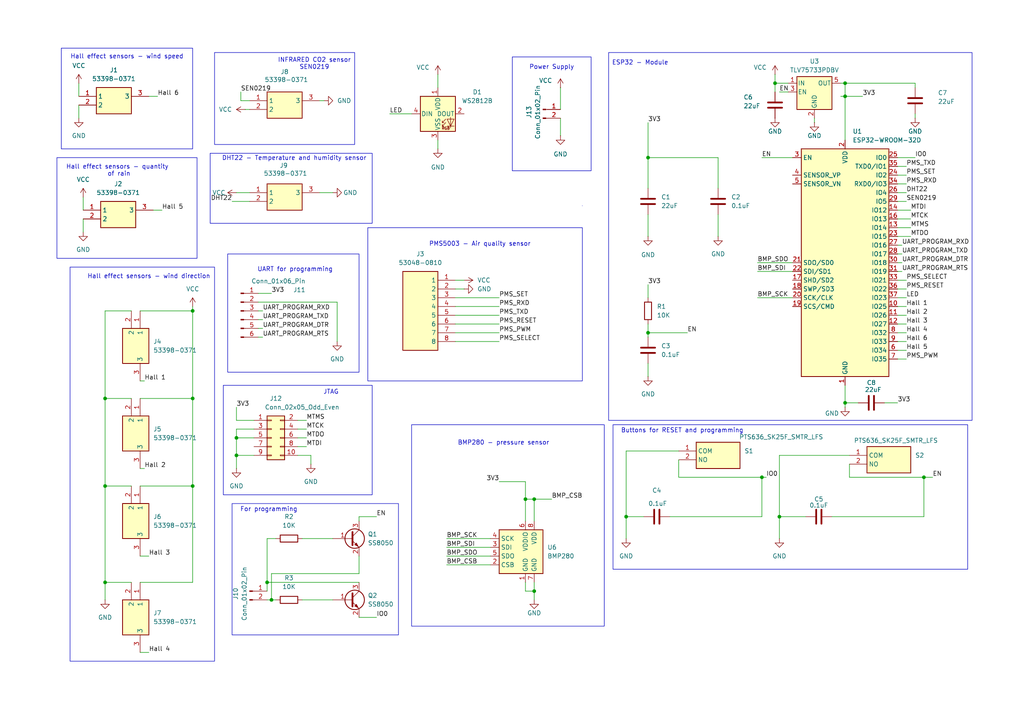
<source format=kicad_sch>
(kicad_sch (version 20231120) (generator "eeschema") (generator_version "8.0")
  (paper "A4")
  (title_block (title "Weather Monitor") (rev "v1.0") (company "KN ONYKS") (comment 1 "Designer: Valentyn Anatoliev"))
  (lib_symbols
    (symbol "1BMoje:53048-0810"
      (property "Reference" "J" (at 16.51 7.62 0))
      (property "Value" "53048-0810" (at 16.51 5.08 0))
      (symbol "53048-0810_1_1"
        (rectangle (start 5.08 2.54) (end 15.24 -20.32) (stroke (width 0.254)) (fill (type background)))
        (pin passive line (at 0 -17.78 0) (length 5.08) (name "1") (number "1"))
        (pin passive line (at 0 -15.24 0) (length 5.08) (name "2") (number "2"))
        (pin passive line (at 0 -12.7 0) (length 5.08) (name "3") (number "3"))
        (pin passive line (at 0 -10.16 0) (length 5.08) (name "4") (number "4"))
        (pin passive line (at 0 -7.62 0) (length 5.08) (name "5") (number "5"))
        (pin passive line (at 0 -5.08 0) (length 5.08) (name "6") (number "6"))
        (pin passive line (at 0 -2.54 0) (length 5.08) (name "7") (number "7"))
        (pin passive line (at 0 0 0) (length 5.08) (name "8") (number "8"))
      )
    )
    (symbol "1BMoje:53398-0371"
      (property "Reference" "J" (at 16.51 7.62 0))
      (property "Value" "53398-0371" (at 16.51 5.08 0))
      (symbol "53398-0371_1_1"
        (rectangle (start 5.08 2.54) (end 15.24 -5.08) (stroke (width 0.254)) (fill (type background)))
        (pin passive line (at 0 0 0) (length 5.08) (name "1") (number "1"))
        (pin passive line (at 0 -2.54 0) (length 5.08) (name "2") (number "2"))
        (pin passive line (at 20.32 0 180) (length 5.08) (name "3") (number "3"))
      )
    )
    (symbol "1BMoje:PTS636_SK25F_SMTR_LFS"
      (property "Reference" "S" (at 19.05 7.62 0))
      (property "Value" "PTS636_SK25F_SMTR_LFS" (at 19.05 5.08 0))
      (symbol "PTS636_SK25F_SMTR_LFS_1_1"
        (rectangle (start 5.08 2.54) (end 17.78 -5.08) (stroke (width 0.254)) (fill (type background)))
        (pin passive line (at 0 0 0) (length 5.08) (name "COM") (number "1"))
        (pin passive line (at 0 -2.54 0) (length 5.08) (name "NO") (number "2"))
      )
    )
    (symbol "Connector:Conn_01x02_Pin" (pin_names (offset 1.016) hide)
      (property "Reference" "J" (at 0 2.54 0))
      (property "Value" "Conn_01x02_Pin" (at 0 -5.08 0))
      (symbol "Conn_01x02_Pin_1_1"
        (polyline (pts (xy 1.27 -2.54) (xy 0.8636 -2.54)) (stroke (width 0.1524)))
        (polyline (pts (xy 1.27 0) (xy 0.8636 0)) (stroke (width 0.1524)))
        (rectangle (start 0.8636 -2.413) (end 0 -2.667) (stroke (width 0.1524)) (fill (type outline)))
        (rectangle (start 0.8636 0.127) (end 0 -0.127) (stroke (width 0.1524)) (fill (type outline)))
        (pin passive line (at 5.08 0 180) (length 3.81) (name "Pin_1") (number "1"))
        (pin passive line (at 5.08 -2.54 180) (length 3.81) (name "Pin_2") (number "2"))
      )
    )
    (symbol "Connector:Conn_01x06_Pin" (pin_names (offset 1.016) hide)
      (property "Reference" "J" (at 0 7.62 0))
      (property "Value" "Conn_01x06_Pin" (at 0 -10.16 0))
      (symbol "Conn_01x06_Pin_1_1"
        (polyline (pts (xy 1.27 -7.62) (xy 0.8636 -7.62)) (stroke (width 0.1524)))
        (polyline (pts (xy 1.27 -5.08) (xy 0.8636 -5.08)) (stroke (width 0.1524)))
        (polyline (pts (xy 1.27 -2.54) (xy 0.8636 -2.54)) (stroke (width 0.1524)))
        (polyline (pts (xy 1.27 0) (xy 0.8636 0)) (stroke (width 0.1524)))
        (polyline (pts (xy 1.27 2.54) (xy 0.8636 2.54)) (stroke (width 0.1524)))
        (polyline (pts (xy 1.27 5.08) (xy 0.8636 5.08)) (stroke (width 0.1524)))
        (rectangle (start 0.8636 -7.493) (end 0 -7.747) (stroke (width 0.1524)) (fill (type outline)))
        (rectangle (start 0.8636 -4.953) (end 0 -5.207) (stroke (width 0.1524)) (fill (type outline)))
        (rectangle (start 0.8636 -2.413) (end 0 -2.667) (stroke (width 0.1524)) (fill (type outline)))
        (rectangle (start 0.8636 0.127) (end 0 -0.127) (stroke (width 0.1524)) (fill (type outline)))
        (rectangle (start 0.8636 2.667) (end 0 2.413) (stroke (width 0.1524)) (fill (type outline)))
        (rectangle (start 0.8636 5.207) (end 0 4.953) (stroke (width 0.1524)) (fill (type outline)))
        (pin passive line (at 5.08 5.08 180) (length 3.81) (name "Pin_1") (number "1"))
        (pin passive line (at 5.08 2.54 180) (length 3.81) (name "Pin_2") (number "2"))
        (pin passive line (at 5.08 0 180) (length 3.81) (name "Pin_3") (number "3"))
        (pin passive line (at 5.08 -2.54 180) (length 3.81) (name "Pin_4") (number "4"))
        (pin passive line (at 5.08 -5.08 180) (length 3.81) (name "Pin_5") (number "5"))
        (pin passive line (at 5.08 -7.62 180) (length 3.81) (name "Pin_6") (number "6"))
      )
    )
    (symbol "Connector_Generic:Conn_02x05_Odd_Even" (pin_names (offset 1.016) hide)
      (property "Reference" "J" (at 1.27 7.62 0))
      (property "Value" "Conn_02x05_Odd_Even" (at 1.27 -7.62 0))
      (symbol "Conn_02x05_Odd_Even_1_1"
        (rectangle (start -1.27 -4.953) (end 0 -5.207) (stroke (width 0.1524)))
        (rectangle (start -1.27 -2.413) (end 0 -2.667) (stroke (width 0.1524)))
        (rectangle (start -1.27 0.127) (end 0 -0.127) (stroke (width 0.1524)))
        (rectangle (start -1.27 2.667) (end 0 2.413) (stroke (width 0.1524)))
        (rectangle (start -1.27 5.207) (end 0 4.953) (stroke (width 0.1524)))
        (rectangle (start -1.27 6.35) (end 3.81 -6.35) (stroke (width 0.254)) (fill (type background)))
        (rectangle (start 3.81 -4.953) (end 2.54 -5.207) (stroke (width 0.1524)))
        (rectangle (start 3.81 -2.413) (end 2.54 -2.667) (stroke (width 0.1524)))
        (rectangle (start 3.81 0.127) (end 2.54 -0.127) (stroke (width 0.1524)))
        (rectangle (start 3.81 2.667) (end 2.54 2.413) (stroke (width 0.1524)))
        (rectangle (start 3.81 5.207) (end 2.54 4.953) (stroke (width 0.1524)))
        (pin passive line (at -5.08 5.08 0) (length 3.81) (name "Pin_1") (number "1"))
        (pin passive line (at 7.62 -5.08 180) (length 3.81) (name "Pin_10") (number "10"))
        (pin passive line (at 7.62 5.08 180) (length 3.81) (name "Pin_2") (number "2"))
        (pin passive line (at -5.08 2.54 0) (length 3.81) (name "Pin_3") (number "3"))
        (pin passive line (at 7.62 2.54 180) (length 3.81) (name "Pin_4") (number "4"))
        (pin passive line (at -5.08 0 0) (length 3.81) (name "Pin_5") (number "5"))
        (pin passive line (at 7.62 0 180) (length 3.81) (name "Pin_6") (number "6"))
        (pin passive line (at -5.08 -2.54 0) (length 3.81) (name "Pin_7") (number "7"))
        (pin passive line (at 7.62 -2.54 180) (length 3.81) (name "Pin_8") (number "8"))
        (pin passive line (at -5.08 -5.08 0) (length 3.81) (name "Pin_9") (number "9"))
      )
    )
    (symbol "Device:C" (pin_numbers hide) (pin_names (offset 0.254))
      (property "Reference" "C" (at 0.635 2.54 0))
      (property "Value" "C" (at 0.635 -2.54 0))
      (symbol "C_0_1"
        (polyline (pts (xy -2.032 -0.762) (xy 2.032 -0.762)) (stroke (width 0.508)))
        (polyline (pts (xy -2.032 0.762) (xy 2.032 0.762)) (stroke (width 0.508)))
      )
      (symbol "C_1_1"
        (pin passive line (at 0 3.81 270) (length 2.794) (name "~") (number "1"))
        (pin passive line (at 0 -3.81 90) (length 2.794) (name "~") (number "2"))
      )
    )
    (symbol "Device:R" (pin_numbers hide) (pin_names (offset 0))
      (property "Reference" "R" (at 2.032 0 90))
      (property "Value" "R" (at 0 0 90))
      (symbol "R_0_1"
        (rectangle (start -1.016 -2.54) (end 1.016 2.54) (stroke (width 0.254)))
      )
      (symbol "R_1_1"
        (pin passive line (at 0 3.81 270) (length 1.27) (name "~") (number "1"))
        (pin passive line (at 0 -3.81 90) (length 1.27) (name "~") (number "2"))
      )
    )
    (symbol "LED:WS2812B" (pin_names (offset 0.254))
      (property "Reference" "D" (at 5.08 5.715 0))
      (property "Value" "WS2812B" (at 1.27 -5.715 0))
      (symbol "WS2812B_0_0"
        (text "RGB" (at 2.286 -4.191 0) (effects (font (size 0.762 0.762))))
      )
      (symbol "WS2812B_0_1"
        (polyline (pts (xy 1.27 -3.556) (xy 1.778 -3.556)))
        (polyline (pts (xy 1.27 -2.54) (xy 1.778 -2.54)))
        (polyline (pts (xy 4.699 -3.556) (xy 2.667 -3.556)))
        (polyline (pts (xy 2.286 -2.54) (xy 1.27 -3.556) (xy 1.27 -3.048)))
        (polyline (pts (xy 2.286 -1.524) (xy 1.27 -2.54) (xy 1.27 -2.032)))
        (polyline (pts (xy 3.683 -1.016) (xy 3.683 -3.556) (xy 3.683 -4.064)))
        (polyline (pts (xy 4.699 -1.524) (xy 2.667 -1.524) (xy 3.683 -3.556) (xy 4.699 -1.524)))
        (rectangle (start 5.08 5.08) (end -5.08 -5.08) (stroke (width 0.254)) (fill (type background)))
      )
      (symbol "WS2812B_1_1"
        (pin power_in line (at 0 7.62 270) (length 2.54) (name "VDD") (number "1"))
        (pin output line (at 7.62 0 180) (length 2.54) (name "DOUT") (number "2"))
        (pin power_in line (at 0 -7.62 90) (length 2.54) (name "VSS") (number "3"))
        (pin input line (at -7.62 0 0) (length 2.54) (name "DIN") (number "4"))
      )
    )
    (symbol "RF_Module:ESP32-WROOM-32D"
      (property "Reference" "U" (at -12.7 34.29 0))
      (property "Value" "ESP32-WROOM-32D" (at 1.27 34.29 0))
      (symbol "ESP32-WROOM-32D_0_1"
        (rectangle (start -12.7 33.02) (end 12.7 -33.02) (stroke (width 0.254)) (fill (type background)))
      )
      (symbol "ESP32-WROOM-32D_1_1"
        (pin power_in line (at 0 -35.56 90) (length 2.54) (name "GND") (number "1"))
        (pin bidirectional line (at 15.24 -12.7 180) (length 2.54) (name "IO25") (number "10"))
        (pin bidirectional line (at 15.24 -15.24 180) (length 2.54) (name "IO26") (number "11"))
        (pin bidirectional line (at 15.24 -17.78 180) (length 2.54) (name "IO27") (number "12"))
        (pin bidirectional line (at 15.24 10.16 180) (length 2.54) (name "IO14") (number "13"))
        (pin bidirectional line (at 15.24 15.24 180) (length 2.54) (name "IO12") (number "14"))
        (pin passive line (at 0 -35.56 90) (length 2.54) hide (name "GND") (number "15"))
        (pin bidirectional line (at 15.24 12.7 180) (length 2.54) (name "IO13") (number "16"))
        (pin bidirectional line (at -15.24 -5.08 0) (length 2.54) (name "SHD/SD2") (number "17"))
        (pin bidirectional line (at -15.24 -7.62 0) (length 2.54) (name "SWP/SD3") (number "18"))
        (pin bidirectional line (at -15.24 -12.7 0) (length 2.54) (name "SCS/CMD") (number "19"))
        (pin power_in line (at 0 35.56 270) (length 2.54) (name "VDD") (number "2"))
        (pin bidirectional line (at -15.24 -10.16 0) (length 2.54) (name "SCK/CLK") (number "20"))
        (pin bidirectional line (at -15.24 0 0) (length 2.54) (name "SDO/SD0") (number "21"))
        (pin bidirectional line (at -15.24 -2.54 0) (length 2.54) (name "SDI/SD1") (number "22"))
        (pin bidirectional line (at 15.24 7.62 180) (length 2.54) (name "IO15") (number "23"))
        (pin bidirectional line (at 15.24 25.4 180) (length 2.54) (name "IO2") (number "24"))
        (pin bidirectional line (at 15.24 30.48 180) (length 2.54) (name "IO0") (number "25"))
        (pin bidirectional line (at 15.24 20.32 180) (length 2.54) (name "IO4") (number "26"))
        (pin bidirectional line (at 15.24 5.08 180) (length 2.54) (name "IO16") (number "27"))
        (pin bidirectional line (at 15.24 2.54 180) (length 2.54) (name "IO17") (number "28"))
        (pin bidirectional line (at 15.24 17.78 180) (length 2.54) (name "IO5") (number "29"))
        (pin input line (at -15.24 30.48 0) (length 2.54) (name "EN") (number "3"))
        (pin bidirectional line (at 15.24 0 180) (length 2.54) (name "IO18") (number "30"))
        (pin bidirectional line (at 15.24 -2.54 180) (length 2.54) (name "IO19") (number "31"))
        (pin no_connect line (at -12.7 -27.94 0) (length 2.54) hide (name "NC") (number "32"))
        (pin bidirectional line (at 15.24 -5.08 180) (length 2.54) (name "IO21") (number "33"))
        (pin bidirectional line (at 15.24 22.86 180) (length 2.54) (name "RXD0/IO3") (number "34"))
        (pin bidirectional line (at 15.24 27.94 180) (length 2.54) (name "TXD0/IO1") (number "35"))
        (pin bidirectional line (at 15.24 -7.62 180) (length 2.54) (name "IO22") (number "36"))
        (pin bidirectional line (at 15.24 -10.16 180) (length 2.54) (name "IO23") (number "37"))
        (pin passive line (at 0 -35.56 90) (length 2.54) hide (name "GND") (number "38"))
        (pin passive line (at 0 -35.56 90) (length 2.54) hide (name "GND") (number "39"))
        (pin input line (at -15.24 25.4 0) (length 2.54) (name "SENSOR_VP") (number "4"))
        (pin input line (at -15.24 22.86 0) (length 2.54) (name "SENSOR_VN") (number "5"))
        (pin input line (at 15.24 -25.4 180) (length 2.54) (name "IO34") (number "6"))
        (pin input line (at 15.24 -27.94 180) (length 2.54) (name "IO35") (number "7"))
        (pin bidirectional line (at 15.24 -20.32 180) (length 2.54) (name "IO32") (number "8"))
        (pin bidirectional line (at 15.24 -22.86 180) (length 2.54) (name "IO33") (number "9"))
      )
    )
    (symbol "Regulator_Linear:TLV75733PDBV" (pin_names (offset 0.254))
      (property "Reference" "U" (at -3.81 5.715 0))
      (property "Value" "TLV75733PDBV" (at 0 5.715 0))
      (symbol "TLV75733PDBV_0_1"
        (rectangle (start -5.08 4.445) (end 5.08 -5.08) (stroke (width 0.254)) (fill (type background)))
      )
      (symbol "TLV75733PDBV_1_1"
        (pin power_in line (at -7.62 2.54 0) (length 2.54) (name "IN") (number "1"))
        (pin power_in line (at 0 -7.62 90) (length 2.54) (name "GND") (number "2"))
        (pin input line (at -7.62 0 0) (length 2.54) (name "EN") (number "3"))
        (pin no_connect line (at 5.08 0 180) (length 2.54) hide (name "NC") (number "4"))
        (pin power_out line (at 7.62 2.54 180) (length 2.54) (name "OUT") (number "5"))
      )
    )
    (symbol "Sensor_Pressure:BMP280"
      (property "Reference" "U" (at -7.62 10.16 0))
      (property "Value" "BMP280" (at 5.08 10.16 0))
      (symbol "BMP280_0_1"
        (rectangle (start -7.62 -5.08) (end 5.08 7.62) (stroke (width 0.254)) (fill (type background)))
      )
      (symbol "BMP280_1_1"
        (pin power_in line (at 0 -7.62 90) (length 2.54) (name "GND") (number "1"))
        (pin input line (at -10.16 -2.54 0) (length 2.54) (name "CSB") (number "2"))
        (pin bidirectional line (at -10.16 2.54 0) (length 2.54) (name "SDI") (number "3"))
        (pin input line (at -10.16 5.08 0) (length 2.54) (name "SCK") (number "4"))
        (pin bidirectional line (at -10.16 0 0) (length 2.54) (name "SDO") (number "5"))
        (pin power_in line (at 0 10.16 270) (length 2.54) (name "VDDIO") (number "6"))
        (pin power_in line (at 2.54 -7.62 90) (length 2.54) (name "GND") (number "7"))
        (pin power_in line (at 2.54 10.16 270) (length 2.54) (name "VDD") (number "8"))
      )
    )
    (symbol "Transistor_BJT:SS8050" (pin_names (offset 0) hide)
      (property "Reference" "Q" (at 5.08 1.905 0))
      (property "Value" "SS8050" (at 5.08 0 0))
      (symbol "SS8050_0_1"
        (polyline (pts (xy 0.635 0.635) (xy 2.54 2.54)))
        (polyline (pts (xy 0.635 -0.635) (xy 2.54 -2.54) (xy 2.54 -2.54)))
        (polyline (pts (xy 0.635 1.905) (xy 0.635 -1.905) (xy 0.635 -1.905)) (stroke (width 0.508)))
        (polyline (pts (xy 1.27 -1.778) (xy 1.778 -1.27) (xy 2.286 -2.286) (xy 1.27 -1.778) (xy 1.27 -1.778)) (fill (type outline)))
        (circle (center 1.27 0) (radius 2.8194) (stroke (width 0.254)))
      )
      (symbol "SS8050_1_1"
        (pin input line (at -5.08 0 0) (length 5.715) (name "B") (number "1"))
        (pin passive line (at 2.54 -5.08 90) (length 2.54) (name "E") (number "2"))
        (pin passive line (at 2.54 5.08 270) (length 2.54) (name "C") (number "3"))
      )
    )
    (symbol "power:GND" (power) (pin_numbers hide) (pin_names (offset 0) hide)
      (property "Value" "GND" (at 0 -3.81 0))
      (symbol "GND_0_1"
        (polyline (pts (xy 0 0) (xy 0 -1.27) (xy 1.27 -1.27) (xy 0 -2.54) (xy -1.27 -1.27) (xy 0 -1.27)))
      )
      (symbol "GND_1_1"
        (pin power_in line (at 0 0 270) (length 0) (name "~") (number "1"))
      )
    )
    (symbol "power:VCC" (power) (pin_numbers hide) (pin_names (offset 0) hide)
      (property "Value" "VCC" (at 0 3.556 0))
      (symbol "VCC_0_1"
        (polyline (pts (xy -0.762 1.27) (xy 0 2.54)))
        (polyline (pts (xy 0 0) (xy 0 2.54)))
        (polyline (pts (xy 0 2.54) (xy 0.762 1.27)))
      )
      (symbol "VCC_1_1"
        (pin power_in line (at 0 0 90) (length 0) (name "~") (number "1"))
      )
    )
  )
  (junction (at 152.4 144.78))
  (junction (at 267.97 138.43))
  (junction (at 226.06 149.86))
  (junction (at 77.47 168.91))
  (junction (at 220.98 138.43))
  (junction (at 181.61 149.86))
  (junction (at 245.11 24.13))
  (junction (at 68.58 127))
  (junction (at 245.11 116.84))
  (junction (at 30.48 168.91))
  (junction (at 30.48 115.57))
  (junction (at 68.58 132.08))
  (junction (at 55.88 90.17))
  (junction (at 187.96 96.52))
  (junction (at 30.48 140.97))
  (junction (at 187.96 45.72))
  (junction (at 245.11 27.94))
  (junction (at 55.88 115.57))
  (junction (at 55.88 140.97))
  (junction (at 154.94 144.78))
  (junction (at 224.79 24.13))
  (junction (at 154.94 171.45))
  (junction (at 78.74 173.99))
  (wire (pts (xy 22.86 30.48) (xy 22.86 34.29)))
  (wire (pts (xy 30.48 168.91) (xy 38.1 168.91)))
  (wire (pts (xy 152.4 144.78) (xy 152.4 151.13)))
  (wire (pts (xy 208.28 45.72) (xy 208.28 54.61)))
  (wire (pts (xy 196.85 138.43) (xy 196.85 133.35)))
  (wire (pts (xy 220.98 45.72) (xy 229.87 45.72)))
  (wire (pts (xy 24.13 63.5) (xy 24.13 67.31)))
  (wire (pts (xy 162.56 25.4) (xy 162.56 31.75)))
  (wire (pts (xy 260.35 71.12) (xy 261.62 71.12)))
  (wire (pts (xy 260.35 55.88) (xy 262.89 55.88)))
  (wire (pts (xy 86.36 129.54) (xy 88.9 129.54)))
  (wire (pts (xy 187.96 82.55) (xy 187.96 86.36)))
  (wire (pts (xy 55.88 90.17) (xy 55.88 115.57)))
  (wire (pts (xy 30.48 140.97) (xy 38.1 140.97)))
  (wire (pts (xy 260.35 66.04) (xy 264.16 66.04)))
  (wire (pts (xy 113.03 33.02) (xy 119.38 33.02)))
  (wire (pts (xy 181.61 149.86) (xy 181.61 156.21)))
  (wire (pts (xy 245.11 116.84) (xy 245.11 118.11)))
  (wire (pts (xy 68.58 124.46) (xy 68.58 127)))
  (wire (pts (xy 73.66 124.46) (xy 68.58 124.46)))
  (wire (pts (xy 260.35 45.72) (xy 265.43 45.72)))
  (wire (pts (xy 260.35 58.42) (xy 262.89 58.42)))
  (wire (pts (xy 226.06 26.67) (xy 228.6 26.67)))
  (wire (pts (xy 245.11 27.94) (xy 245.11 40.64)))
  (wire (pts (xy 162.56 34.29) (xy 162.56 39.37)))
  (wire (pts (xy 220.98 138.43) (xy 222.25 138.43)))
  (wire (pts (xy 187.96 96.52) (xy 199.39 96.52)))
  (wire (pts (xy 40.64 90.17) (xy 55.88 90.17)))
  (wire (pts (xy 30.48 115.57) (xy 30.48 140.97)))
  (wire (pts (xy 219.71 78.74) (xy 229.87 78.74)))
  (wire (pts (xy 86.36 127) (xy 88.9 127)))
  (wire (pts (xy 30.48 168.91) (xy 30.48 173.99)))
  (wire (pts (xy 129.54 163.83) (xy 142.24 163.83)))
  (wire (pts (xy 243.84 24.13) (xy 245.11 24.13)))
  (wire (pts (xy 187.96 96.52) (xy 187.96 97.79)))
  (wire (pts (xy 224.79 24.13) (xy 224.79 26.67)))
  (wire (pts (xy 40.64 135.89) (xy 41.91 135.89)))
  (wire (pts (xy 260.35 68.58) (xy 264.16 68.58)))
  (wire (pts (xy 68.58 55.88) (xy 72.39 55.88)))
  (wire (pts (xy 74.93 87.63) (xy 97.79 87.63)))
  (wire (pts (xy 245.11 24.13) (xy 245.11 27.94)))
  (wire (pts (xy 260.35 63.5) (xy 264.16 63.5)))
  (wire (pts (xy 260.35 78.74) (xy 261.62 78.74)))
  (wire (pts (xy 224.79 24.13) (xy 228.6 24.13)))
  (wire (pts (xy 260.35 91.44) (xy 262.89 91.44)))
  (wire (pts (xy 260.35 81.28) (xy 262.89 81.28)))
  (wire (pts (xy 243.84 27.94) (xy 245.11 27.94)))
  (wire (pts (xy 40.64 110.49) (xy 41.91 110.49)))
  (wire (pts (xy 245.11 116.84) (xy 248.92 116.84)))
  (wire (pts (xy 260.35 60.96) (xy 264.16 60.96)))
  (wire (pts (xy 78.74 173.99) (xy 80.01 173.99)))
  (wire (pts (xy 260.35 88.9) (xy 262.89 88.9)))
  (wire (pts (xy 55.88 115.57) (xy 55.88 140.97)))
  (wire (pts (xy 265.43 24.13) (xy 245.11 24.13)))
  (wire (pts (xy 260.35 50.8) (xy 262.89 50.8)))
  (wire (pts (xy 55.88 168.91) (xy 40.64 168.91)))
  (wire (pts (xy 154.94 151.13) (xy 154.94 144.78)))
  (wire (pts (xy 260.35 76.2) (xy 261.62 76.2)))
  (wire (pts (xy 92.71 55.88) (xy 96.52 55.88)))
  (wire (pts (xy 40.64 115.57) (xy 55.88 115.57)))
  (wire (pts (xy 256.54 116.84) (xy 260.35 116.84)))
  (wire (pts (xy 86.36 132.08) (xy 90.17 132.08)))
  (wire (pts (xy 246.38 138.43) (xy 267.97 138.43)))
  (wire (pts (xy 260.35 83.82) (xy 262.89 83.82)))
  (wire (pts (xy 30.48 140.97) (xy 30.48 168.91)))
  (wire (pts (xy 226.06 132.08) (xy 246.38 132.08)))
  (wire (pts (xy 77.47 171.45) (xy 77.47 168.91)))
  (wire (pts (xy 260.35 86.36) (xy 262.89 86.36)))
  (wire (pts (xy 30.48 90.17) (xy 38.1 90.17)))
  (wire (pts (xy 86.36 124.46) (xy 88.9 124.46)))
  (wire (pts (xy 43.18 27.94) (xy 45.72 27.94)))
  (wire (pts (xy 132.08 83.82) (xy 134.62 83.82)))
  (wire (pts (xy 40.64 161.29) (xy 43.18 161.29)))
  (wire (pts (xy 92.71 29.21) (xy 93.98 29.21)))
  (wire (pts (xy 154.94 171.45) (xy 154.94 173.99)))
  (wire (pts (xy 152.4 171.45) (xy 154.94 171.45)))
  (wire (pts (xy 74.93 85.09) (xy 78.74 85.09)))
  (wire (pts (xy 30.48 90.17) (xy 30.48 115.57)))
  (wire (pts (xy 69.85 29.21) (xy 72.39 29.21)))
  (wire (pts (xy 77.47 173.99) (xy 78.74 173.99)))
  (wire (pts (xy 129.54 161.29) (xy 142.24 161.29)))
  (wire (pts (xy 267.97 138.43) (xy 270.51 138.43)))
  (wire (pts (xy 187.96 105.41) (xy 187.96 109.22)))
  (wire (pts (xy 109.22 149.86) (xy 104.14 149.86)))
  (wire (pts (xy 187.96 54.61) (xy 187.96 45.72)))
  (wire (pts (xy 68.58 132.08) (xy 73.66 132.08)))
  (wire (pts (xy 260.35 101.6) (xy 262.89 101.6)))
  (wire (pts (xy 187.96 93.98) (xy 187.96 96.52)))
  (wire (pts (xy 245.11 27.94) (xy 250.19 27.94)))
  (wire (pts (xy 152.4 139.7) (xy 152.4 144.78)))
  (wire (pts (xy 132.08 81.28) (xy 134.62 81.28)))
  (wire (pts (xy 260.35 99.06) (xy 262.89 99.06)))
  (wire (pts (xy 260.35 53.34) (xy 262.89 53.34)))
  (wire (pts (xy 77.47 168.91) (xy 77.47 156.21)))
  (wire (pts (xy 22.86 24.13) (xy 22.86 27.94)))
  (wire (pts (xy 68.58 127) (xy 68.58 132.08)))
  (wire (pts (xy 77.47 168.91) (xy 104.14 168.91)))
  (wire (pts (xy 40.64 189.23) (xy 43.18 189.23)))
  (wire (pts (xy 181.61 149.86) (xy 186.69 149.86)))
  (wire (pts (xy 154.94 144.78) (xy 152.4 144.78)))
  (wire (pts (xy 74.93 90.17) (xy 76.2 90.17)))
  (wire (pts (xy 132.08 99.06) (xy 144.78 99.06)))
  (wire (pts (xy 226.06 149.86) (xy 233.68 149.86)))
  (wire (pts (xy 144.78 139.7) (xy 152.4 139.7)))
  (wire (pts (xy 87.63 156.21) (xy 96.52 156.21)))
  (wire (pts (xy 220.98 149.86) (xy 220.98 138.43)))
  (wire (pts (xy 181.61 130.81) (xy 181.61 149.86)))
  (wire (pts (xy 69.85 26.67) (xy 69.85 29.21)))
  (wire (pts (xy 55.88 88.9) (xy 55.88 90.17)))
  (wire (pts (xy 154.94 168.91) (xy 154.94 171.45)))
  (wire (pts (xy 127 21.59) (xy 127 25.4)))
  (wire (pts (xy 132.08 91.44) (xy 144.78 91.44)))
  (wire (pts (xy 245.11 111.76) (xy 245.11 116.84)))
  (wire (pts (xy 260.35 104.14) (xy 262.89 104.14)))
  (wire (pts (xy 68.58 118.11) (xy 68.58 121.92)))
  (wire (pts (xy 87.63 173.99) (xy 96.52 173.99)))
  (wire (pts (xy 219.71 76.2) (xy 229.87 76.2)))
  (wire (pts (xy 68.58 132.08) (xy 68.58 135.89)))
  (wire (pts (xy 241.3 149.86) (xy 267.97 149.86)))
  (wire (pts (xy 132.08 86.36) (xy 144.78 86.36)))
  (wire (pts (xy 260.35 48.26) (xy 262.89 48.26)))
  (wire (pts (xy 74.93 95.25) (xy 76.2 95.25)))
  (wire (pts (xy 267.97 149.86) (xy 267.97 138.43)))
  (wire (pts (xy 55.88 140.97) (xy 55.88 168.91)))
  (wire (pts (xy 127 40.64) (xy 127 43.18)))
  (wire (pts (xy 132.08 88.9) (xy 144.78 88.9)))
  (wire (pts (xy 187.96 62.23) (xy 187.96 68.58)))
  (wire (pts (xy 129.54 156.21) (xy 142.24 156.21)))
  (wire (pts (xy 104.14 179.07) (xy 109.22 179.07)))
  (wire (pts (xy 224.79 21.59) (xy 224.79 24.13)))
  (wire (pts (xy 104.14 161.29) (xy 104.14 166.37)))
  (wire (pts (xy 265.43 33.02) (xy 265.43 34.29)))
  (wire (pts (xy 44.45 60.96) (xy 46.99 60.96)))
  (wire (pts (xy 90.17 132.08) (xy 90.17 134.62)))
  (wire (pts (xy 72.39 31.75) (xy 71.12 31.75)))
  (wire (pts (xy 246.38 134.62) (xy 246.38 138.43)))
  (wire (pts (xy 260.35 73.66) (xy 261.62 73.66)))
  (wire (pts (xy 104.14 149.86) (xy 104.14 151.13)))
  (wire (pts (xy 74.93 97.79) (xy 76.2 97.79)))
  (wire (pts (xy 187.96 45.72) (xy 208.28 45.72)))
  (wire (pts (xy 152.4 168.91) (xy 152.4 171.45)))
  (wire (pts (xy 236.22 34.29) (xy 236.22 35.56)))
  (wire (pts (xy 24.13 57.15) (xy 24.13 60.96)))
  (wire (pts (xy 68.58 121.92) (xy 73.66 121.92)))
  (wire (pts (xy 68.58 127) (xy 73.66 127)))
  (wire (pts (xy 78.74 166.37) (xy 78.74 173.99)))
  (wire (pts (xy 104.14 166.37) (xy 78.74 166.37)))
  (wire (pts (xy 72.39 58.42) (xy 67.31 58.42)))
  (wire (pts (xy 187.96 35.56) (xy 187.96 45.72)))
  (wire (pts (xy 132.08 93.98) (xy 144.78 93.98)))
  (wire (pts (xy 196.85 130.81) (xy 181.61 130.81)))
  (wire (pts (xy 97.79 87.63) (xy 97.79 99.06)))
  (wire (pts (xy 129.54 158.75) (xy 142.24 158.75)))
  (wire (pts (xy 40.64 140.97) (xy 55.88 140.97)))
  (wire (pts (xy 208.28 62.23) (xy 208.28 68.58)))
  (wire (pts (xy 260.35 93.98) (xy 262.89 93.98)))
  (wire (pts (xy 226.06 132.08) (xy 226.06 149.86)))
  (wire (pts (xy 196.85 138.43) (xy 220.98 138.43)))
  (wire (pts (xy 154.94 144.78) (xy 160.02 144.78)))
  (wire (pts (xy 77.47 156.21) (xy 80.01 156.21)))
  (wire (pts (xy 74.93 92.71) (xy 76.2 92.71)))
  (wire (pts (xy 30.48 115.57) (xy 38.1 115.57)))
  (wire (pts (xy 219.71 86.36) (xy 229.87 86.36)))
  (wire (pts (xy 132.08 96.52) (xy 144.78 96.52)))
  (wire (pts (xy 194.31 149.86) (xy 220.98 149.86)))
  (wire (pts (xy 86.36 121.92) (xy 88.9 121.92)))
  (wire (pts (xy 226.06 149.86) (xy 226.06 156.21)))
  (wire (pts (xy 260.35 96.52) (xy 262.89 96.52)))
  (wire (pts (xy 265.43 25.4) (xy 265.43 24.13)))
  (rectangle (start 64.77 111.76) (end 107.95 143.51))
  (rectangle (start 20.32 77.47) (end 62.23 191.77))
  (rectangle (start 176.53 15.24) (end 281.94 121.92))
  (rectangle (start 17.78 13.97) (end 55.88 43.18))
  (rectangle (start 60.96 44.45) (end 107.95 64.77))
  (rectangle (start 16.51 45.72) (end 57.15 74.93))
  (rectangle (start 177.8 123.19) (end 280.67 165.1))
  (rectangle (start 66.04 73.66) (end 104.14 107.95))
  (rectangle (start 119.38 123.19) (end 175.26 181.61))
  (rectangle (start 148.59 16.51) (end 171.45 49.53))
  (rectangle (start 106.68 66.04) (end 168.91 110.49))
  (rectangle (start 67.31 146.05) (end 115.57 184.15))
  (rectangle (start 62.23 15.24) (end 102.87 41.91))
  (rectangle (start 168.91 59.69) (end 168.91 59.69))
  (text "For programming\n" (at 77.978 147.828 0) (effects (font (size 1.27 1.27))))
  (text "JTAG\n" (at 96.012 113.792 0) (effects (font (size 1.27 1.27))))
  (text "PMS5003 - Air quality sensor\n\n" (at 139.192 71.882 0) (effects (font (size 1.27 1.27))))
  (text "INFRARED CO2 sensor\nSEN0219\n" (at 91.186 18.542 0) (effects (font (size 1.27 1.27))))
  (text "Hall effect sensors - wind speed\n\n" (at 36.83 17.526 0) (effects (font (size 1.27 1.27))))
  (text "Buttons for RESET and programming\n" (at 197.866 124.968 0) (effects (font (size 1.27 1.27))))
  (text "BMP280 - pressure sensor" (at 146.05 128.524 0) (effects (font (size 1.27 1.27))))
  (text "ESP32 - Module\n" (at 185.674 18.288 0) (effects (font (size 1.27 1.27))))
  (text "Hall effect sensors - wind direction\n" (at 43.18 80.264 0) (effects (font (size 1.27 1.27))))
  (text "Power Supply\n" (at 160.02 19.558 0) (effects (font (size 1.27 1.27))))
  (text "UART for programming\n" (at 85.598 78.232 0) (effects (font (size 1.27 1.27))))
  (text "DHT22 - Temperature and humidity sensor\n" (at 85.344 45.974 0) (effects (font (size 1.27 1.27))))
  (text "Hall effect sensors - quantity\n of rain\n\n\n" (at 34.036 51.562 0) (effects (font (size 1.27 1.27))))
  (label "3V3" (at 260.35 116.84 0))
  (label "Hall 5" (at 262.89 101.6 0))
  (label "PMS_TXD" (at 262.89 48.26 0))
  (label "MTDO" (at 88.9 127 0))
  (label "IO0" (at 265.43 45.72 0))
  (label "EN" (at 226.06 26.67 0))
  (label "PMS_TXD" (at 144.78 91.44 0))
  (label "Hall 4" (at 262.89 96.52 0))
  (label "3V3" (at 250.19 27.94 0))
  (label "Hall 6" (at 45.72 27.94 0))
  (label "BMP_SDI" (at 129.54 158.75 0))
  (label "MTMS" (at 264.16 66.04 0))
  (label "EN" (at 220.98 45.72 0))
  (label "MTCK" (at 264.16 63.5 0))
  (label "SEN0219" (at 262.89 58.42 0))
  (label "PMS_SET" (at 262.89 50.8 0))
  (label "UART_PROGRAM_RTS" (at 76.2 97.79 0))
  (label "UART_PROGRAM_TXD" (at 261.62 73.66 0))
  (label "Hall 4" (at 43.18 189.23 0))
  (label "Hall 3" (at 262.89 93.98 0))
  (label "IO0" (at 222.25 138.43 0))
  (label "PMS_RESET" (at 262.89 83.82 0))
  (label "LED" (at 113.03 33.02 0))
  (label "UART_PROGRAM_DTR" (at 261.62 76.2 0))
  (label "Hall 1" (at 41.91 110.49 0))
  (label "UART_PROGRAM_RXD" (at 76.2 90.17 0))
  (label "BMP_CSB" (at 160.02 144.78 0))
  (label "Hall 3" (at 43.18 161.29 0))
  (label "PMS_PWM" (at 262.89 104.14 0))
  (label "EN" (at 199.39 96.52 0))
  (label "MTDI" (at 264.16 60.96 0))
  (label "DHT22" (at 262.89 55.88 0))
  (label "BMP_SCK" (at 219.71 86.36 0))
  (label "Hall 1" (at 262.89 88.9 0))
  (label "PMS_SET" (at 144.78 86.36 0))
  (label "LED" (at 262.89 86.36 0))
  (label "3V3" (at 68.58 118.11 0))
  (label "UART_PROGRAM_RTS" (at 261.62 78.74 0))
  (label "PMS_RXD" (at 262.89 53.34 0))
  (label "3V3" (at 78.74 85.09 0))
  (label "DHT22" (at 67.31 58.42 180))
  (label "Hall 2" (at 262.89 91.44 0))
  (label "PMS_RXD" (at 144.78 88.9 0))
  (label "MTMS" (at 88.9 121.92 0))
  (label "BMP_SDI" (at 219.71 78.74 0))
  (label "UART_PROGRAM_TXD" (at 76.2 92.71 0))
  (label "PMS_RESET" (at 144.78 93.98 0))
  (label "BMP_SDO" (at 219.71 76.2 0))
  (label "PMS_SELECT" (at 262.89 81.28 0))
  (label "MTDO" (at 264.16 68.58 0))
  (label "MTDI" (at 88.9 129.54 0))
  (label "PMS_PWM" (at 144.78 96.52 0))
  (label "IO0" (at 109.22 179.07 0))
  (label "Hall 5" (at 46.99 60.96 0))
  (label "Hall 2" (at 41.91 135.89 0))
  (label "BMP_SCK" (at 129.54 156.21 0))
  (label "MTCK" (at 88.9 124.46 0))
  (label "PMS_SELECT" (at 144.78 99.06 0))
  (label "3V3" (at 144.78 139.7 180))
  (label "UART_PROGRAM_RXD" (at 261.62 71.12 0))
  (label "SEN0219" (at 69.85 26.67 0))
  (label "3V3" (at 187.96 35.56 0))
  (label "BMP_CSB" (at 129.54 163.83 0))
  (label "Hall 6" (at 262.89 99.06 0))
  (label "EN" (at 270.51 138.43 0))
  (label "3V3" (at 187.96 82.55 0))
  (label "BMP_SDO" (at 129.54 161.29 0))
  (label "EN" (at 109.22 149.86 0))
  (label "UART_PROGRAM_DTR" (at 76.2 95.25 0))
  (symbol (lib_id "power:GND") (at 154.94 173.99 0) (unit 1)
    (property "Reference" "#PWR020" (effects (hide yes)))
    (property "Value" "GND" (at 154.94 177.8 0))
    (property "Description" "Power symbol creates a global label with name \"GND\" , ground" (effects (hide yes)))
  )
  (symbol (lib_id "Device:C") (at 187.96 101.6 0) (unit 1)
    (property "Reference" "C3" (at 191.77 100.3299 0) (effects (justify left)))
    (property "Value" "0.1uF" (at 191.77 102.8699 0) (effects (justify left)))
    (property "Footprint" "Capacitor_SMD:C_0201_0603Metric" (effects (hide yes)))
    (property "Description" "Unpolarized capacitor" (effects (hide yes)))
  )
  (symbol (lib_id "power:VCC") (at 68.58 55.88 90) (unit 1)
    (property "Reference" "#PWR09" (effects (hide yes)))
    (property "Value" "VCC" (at 63.5 55.88 90))
    (property "Description" "Power symbol creates a global label with name \"VCC\"" (effects (hide yes)))
  )
  (symbol (lib_id "power:VCC") (at 24.13 57.15 0) (unit 1)
    (property "Reference" "#PWR025" (effects (hide yes)))
    (property "Value" "VCC" (at 24.13 52.07 0))
    (property "Description" "Power symbol creates a global label with name \"VCC\"" (effects (hide yes)))
  )
  (symbol (lib_id "1BMoje:53398-0371") (at 22.86 27.94 0) (unit 1)
    (property "Reference" "J1" (at 33.02 20.32 0))
    (property "Value" "53398-0371" (at 33.02 22.86 0))
    (property "Footprint" "1bmoje:53398-0371" (effects (hide yes)))
    (property "Datasheet" "http://www.molex.com/webdocs/datasheets/pdf/en-us//0533980371_PCB_HEADERS.pdf" (effects (hide yes)))
    (property "Description" "3 way SMT straight header Molex PICOBLADE Series, Series Number 53398, 1.25mm Pitch 3 Way 1 Row Shrouded Straight PCB Header, Surface Mount" (effects (hide yes)))
    (property "Manufacturer_Name" "Molex" (effects (hide yes)))
    (property "Manufacturer_Part_Number" "53398-0371" (effects (hide yes)))
  )
  (symbol (lib_id "Connector_Generic:Conn_02x05_Odd_Even") (at 78.74 127 0) (unit 1)
    (property "Reference" "J12" (at 80.01 115.57 0))
    (property "Value" "Conn_02x05_Odd_Even" (at 87.63 118.11 0))
    (property "Footprint" "Connector_PinHeader_2.54mm:PinHeader_2x05_P2.54mm_Vertical" (effects (hide yes)))
    (property "Description" "Generic connector, double row, 02x05, odd/even pin numbering scheme (row 1 odd numbers, row 2 even numbers), script generated (kicad-library-utils/schlib/autogen/connector/)" (effects (hide yes)))
  )
  (symbol (lib_id "power:GND") (at 24.13 67.31 0) (unit 1)
    (property "Reference" "#PWR027" (effects (hide yes)))
    (property "Value" "GND" (at 24.13 72.39 0))
    (property "Description" "Power symbol creates a global label with name \"GND\" , ground" (effects (hide yes)))
  )
  (symbol (lib_id "Sensor_Pressure:BMP280") (at 152.4 161.29 0) (unit 1)
    (property "Reference" "U6" (at 158.75 158.7499 0) (effects (justify left)))
    (property "Value" "BMP280" (at 158.75 161.2899 0) (effects (justify left)))
    (property "Footprint" "Package_LGA:Bosch_LGA-8_2x2.5mm_P0.65mm_ClockwisePinNumbering" (effects (hide yes)))
    (property "Datasheet" "https://ae-bst.resource.bosch.com/media/_tech/media/datasheets/BST-BMP280-DS001.pdf" (effects (hide yes)))
    (property "Description" "Absolute Barometric Pressure Sensor, LGA-8" (effects (hide yes)))
  )
  (symbol (lib_id "power:GND") (at 187.96 68.58 0) (unit 1)
    (property "Reference" "#PWR01" (effects (hide yes)))
    (property "Value" "GND" (at 187.96 73.914 0))
    (property "Description" "Power symbol creates a global label with name \"GND\" , ground" (effects (hide yes)))
  )
  (symbol (lib_id "LED:WS2812B") (at 127 33.02 0) (unit 1)
    (property "Reference" "D1" (at 138.43 26.7014 0))
    (property "Value" "WS2812B" (at 138.43 29.2414 0))
    (property "Footprint" "LED_SMD:LED_WS2812B_PLCC4_5.0x5.0mm_P3.2mm" (effects (hide yes)))
    (property "Datasheet" "https://cdn-shop.adafruit.com/datasheets/WS2812B.pdf" (effects (hide yes)))
    (property "Description" "RGB LED with integrated controller" (effects (hide yes)))
  )
  (symbol (lib_id "power:GND") (at 224.79 34.29 0) (unit 1)
    (property "Reference" "#PWR03" (effects (hide yes)))
    (property "Value" "GND" (at 224.79 38.1 0))
    (property "Description" "Power symbol creates a global label with name \"GND\" , ground" (effects (hide yes)))
  )
  (symbol (lib_id "power:GND") (at 22.86 34.29 0) (unit 1)
    (property "Reference" "#PWR023" (effects (hide yes)))
    (property "Value" "GND" (at 22.86 39.37 0))
    (property "Description" "Power symbol creates a global label with name \"GND\" , ground" (effects (hide yes)))
  )
  (symbol (lib_id "power:VCC") (at 71.12 31.75 90) (unit 1)
    (property "Reference" "#PWR013" (effects (hide yes)))
    (property "Value" "VCC" (at 67.31 31.7501 90) (effects (justify left)))
    (property "Description" "Power symbol creates a global label with name \"VCC\"" (effects (hide yes)))
  )
  (symbol (lib_id "Device:C") (at 265.43 29.21 0) (unit 1)
    (property "Reference" "C7" (at 272.034 26.924 0) (effects (justify left)))
    (property "Value" "22uF" (at 272.034 29.464 0) (effects (justify left)))
    (property "Footprint" "Capacitor_SMD:C_0201_0603Metric" (effects (hide yes)))
    (property "Description" "Unpolarized capacitor" (effects (hide yes)))
  )
  (symbol (lib_id "power:GND") (at 68.58 135.89 0) (unit 1)
    (property "Reference" "#PWR026" (effects (hide yes)))
    (property "Value" "GND" (at 68.58 140.97 0))
    (property "Description" "Power symbol creates a global label with name \"GND\" , ground" (effects (hide yes)))
  )
  (symbol (lib_id "Connector:Conn_01x02_Pin") (at 157.48 31.75 0) (unit 1)
    (property "Reference" "J13" (at 153.416 32.512 90))
    (property "Value" "Conn_01x02_Pin" (at 155.956 32.512 90))
    (property "Footprint" "Connector_PinHeader_2.54mm:PinHeader_1x02_P2.54mm_Vertical" (effects (hide yes)))
    (property "Description" "Generic connector, single row, 01x02, script generated" (effects (hide yes)))
  )
  (symbol (lib_id "Device:C") (at 187.96 58.42 0) (unit 1)
    (property "Reference" "C1" (at 191.77 57.1499 0) (effects (justify left)))
    (property "Value" "22uF" (at 191.77 59.6899 0) (effects (justify left)))
    (property "Footprint" "Capacitor_SMD:C_0201_0603Metric" (effects (hide yes)))
    (property "Description" "Unpolarized capacitor" (effects (hide yes)))
  )
  (symbol (lib_id "Device:R") (at 83.82 156.21 90) (unit 1)
    (property "Reference" "R2" (at 83.82 149.86 90))
    (property "Value" "10K" (at 83.82 152.4 90))
    (property "Footprint" "Resistor_SMD:R_0201_0603Metric" (effects (hide yes)))
    (property "Description" "Resistor" (effects (hide yes)))
  )
  (symbol (lib_id "Device:C") (at 208.28 58.42 0) (unit 1)
    (property "Reference" "C2" (at 212.09 57.1499 0) (effects (justify left)))
    (property "Value" "0.1uF" (at 212.09 59.6899 0) (effects (justify left)))
    (property "Footprint" "Capacitor_SMD:C_0201_0603Metric" (effects (hide yes)))
    (property "Description" "Unpolarized capacitor" (effects (hide yes)))
  )
  (symbol (lib_id "power:VCC") (at 162.56 25.4 0) (unit 1)
    (property "Reference" "#PWR029" (effects (hide yes)))
    (property "Value" "VCC" (at 158.242 23.368 0))
    (property "Description" "Power symbol creates a global label with name \"VCC\"" (effects (hide yes)))
  )
  (symbol (lib_id "1BMoje:53398-0371") (at 72.39 29.21 0) (unit 1)
    (property "Reference" "J8" (at 82.55 20.828 0))
    (property "Value" "53398-0371" (at 83.058 23.114 0))
    (property "Footprint" "1bmoje:53398-0371" (effects (hide yes)))
    (property "Datasheet" "http://www.molex.com/webdocs/datasheets/pdf/en-us//0533980371_PCB_HEADERS.pdf" (effects (hide yes)))
    (property "Description" "3 way SMT straight header Molex PICOBLADE Series, Series Number 53398, 1.25mm Pitch 3 Way 1 Row Shrouded Straight PCB Header, Surface Mount" (effects (hide yes)))
    (property "Manufacturer_Name" "Molex" (effects (hide yes)))
    (property "Manufacturer_Part_Number" "53398-0371" (effects (hide yes)))
  )
  (symbol (lib_id "power:VCC") (at 224.79 21.59 0) (unit 1)
    (property "Reference" "#PWR04" (effects (hide yes)))
    (property "Value" "VCC" (at 220.472 19.558 0))
    (property "Description" "Power symbol creates a global label with name \"VCC\"" (effects (hide yes)))
  )
  (symbol (lib_id "power:GND") (at 226.06 156.21 0) (unit 1)
    (property "Reference" "#PWR015" (effects (hide yes)))
    (property "Value" "GND" (at 226.06 161.29 0))
    (property "Description" "Power symbol creates a global label with name \"GND\" , ground" (effects (hide yes)))
  )
  (symbol (lib_id "Device:C") (at 190.5 149.86 90) (unit 1)
    (property "Reference" "C4" (at 190.5 142.24 90))
    (property "Value" "0.1uF" (at 190.754 146.05 90))
    (property "Footprint" "Capacitor_SMD:C_0201_0603Metric" (effects (hide yes)))
    (property "Description" "Unpolarized capacitor" (effects (hide yes)))
  )
  (symbol (lib_id "power:VCC") (at 22.86 24.13 0) (unit 1)
    (property "Reference" "#PWR011" (effects (hide yes)))
    (property "Value" "VCC" (at 22.86 19.05 0))
    (property "Description" "Power symbol creates a global label with name \"VCC\"" (effects (hide yes)))
  )
  (symbol (lib_id "power:VCC") (at 134.62 81.28 270) (unit 1)
    (property "Reference" "#PWR021" (effects (hide yes)))
    (property "Value" "VCC" (at 138.43 81.2799 90) (effects (justify left)))
    (property "Description" "Power symbol creates a global label with name \"VCC\"" (effects (hide yes)))
  )
  (symbol (lib_id "power:GND") (at 96.52 55.88 90) (unit 1)
    (property "Reference" "#PWR012" (effects (hide yes)))
    (property "Value" "GND" (at 101.6 55.88 90))
    (property "Description" "Power symbol creates a global label with name \"GND\" , ground" (effects (hide yes)))
  )
  (symbol (lib_id "power:GND") (at 187.96 109.22 0) (unit 1)
    (property "Reference" "#PWR06" (effects (hide yes)))
    (property "Value" "GND" (at 187.96 114.3 0))
    (property "Description" "Power symbol creates a global label with name \"GND\" , ground" (effects (hide yes)))
  )
  (symbol (lib_id "Device:C") (at 224.79 30.48 0) (unit 1)
    (property "Reference" "C6" (at 215.646 28.194 0) (effects (justify left)))
    (property "Value" "22uF" (at 215.646 30.734 0) (effects (justify left)))
    (property "Footprint" "Capacitor_SMD:C_0201_0603Metric" (effects (hide yes)))
    (property "Description" "Unpolarized capacitor" (effects (hide yes)))
  )
  (symbol (lib_id "Connector:Conn_01x02_Pin") (at 72.39 171.45 0) (unit 1)
    (property "Reference" "J10" (at 68.326 172.212 90))
    (property "Value" "Conn_01x02_Pin" (at 70.866 172.212 90))
    (property "Footprint" "Connector_PinHeader_2.54mm:PinHeader_1x02_P2.54mm_Vertical" (effects (hide yes)))
    (property "Description" "Generic connector, single row, 01x02, script generated" (effects (hide yes)))
  )
  (symbol (lib_id "Device:R") (at 83.82 173.99 90) (unit 1)
    (property "Reference" "R3" (at 83.82 167.64 90))
    (property "Value" "10K" (at 83.82 170.18 90))
    (property "Footprint" "Resistor_SMD:R_0201_0603Metric" (effects (hide yes)))
    (property "Description" "Resistor" (effects (hide yes)))
  )
  (symbol (lib_id "1BMoje:53398-0371") (at 40.64 115.57 270) (unit 1)
    (property "Reference" "J5" (at 44.45 124.4599 90) (effects (justify left)))
    (property "Value" "53398-0371" (at 44.45 126.9999 90) (effects (justify left)))
    (property "Footprint" "1bmoje:53398-0371" (effects (hide yes)))
    (property "Datasheet" "http://www.molex.com/webdocs/datasheets/pdf/en-us//0533980371_PCB_HEADERS.pdf" (effects (hide yes)))
    (property "Description" "3 way SMT straight header Molex PICOBLADE Series, Series Number 53398, 1.25mm Pitch 3 Way 1 Row Shrouded Straight PCB Header, Surface Mount" (effects (hide yes)))
    (property "Manufacturer_Name" "Molex" (effects (hide yes)))
    (property "Manufacturer_Part_Number" "53398-0371" (effects (hide yes)))
  )
  (symbol (lib_id "power:GND") (at 97.79 99.06 0) (unit 1)
    (property "Reference" "#PWR08" (effects (hide yes)))
    (property "Value" "GND" (at 97.79 104.14 0))
    (property "Description" "Power symbol creates a global label with name \"GND\" , ground" (effects (hide yes)))
  )
  (symbol (lib_id "power:GND") (at 93.98 29.21 90) (unit 1)
    (property "Reference" "#PWR014" (effects (hide yes)))
    (property "Value" "GND" (at 97.79 29.2099 90) (effects (justify right)))
    (property "Description" "Power symbol creates a global label with name \"GND\" , ground" (effects (hide yes)))
  )
  (symbol (lib_id "power:VCC") (at 127 21.59 0) (unit 1)
    (property "Reference" "#PWR019" (effects (hide yes)))
    (property "Value" "VCC" (at 122.682 19.558 0))
    (property "Description" "Power symbol creates a global label with name \"VCC\"" (effects (hide yes)))
  )
  (symbol (lib_id "Connector:Conn_01x06_Pin") (at 69.85 90.17 0) (unit 1)
    (property "Reference" "J11" (at 88.646 84.074 0) (effects (justify right)))
    (property "Value" "Conn_01x06_Pin" (at 88.646 81.534 0) (effects (justify right)))
    (property "Footprint" "Connector_PinHeader_2.54mm:PinHeader_1x06_P2.54mm_Vertical" (effects (hide yes)))
    (property "Description" "Generic connector, single row, 01x06, script generated" (effects (hide yes)))
  )
  (symbol (lib_id "power:GND") (at 236.22 35.56 0) (unit 1)
    (property "Reference" "#PWR017" (effects (hide yes)))
    (property "Value" "GND" (at 236.22 39.37 0))
    (property "Description" "Power symbol creates a global label with name \"GND\" , ground" (effects (hide yes)))
  )
  (symbol (lib_id "1BMoje:PTS636_SK25F_SMTR_LFS") (at 246.38 132.08 0) (unit 1)
    (property "Reference" "S2" (at 265.43 132.0799 0) (effects (justify left)))
    (property "Value" "PTS636_SK25F_SMTR_LFS" (at 247.65 127.762 0) (effects (justify left)))
    (property "Footprint" "1bmoje:PTS636SK25FSMTRLFS" (effects (hide yes)))
    (property "Description" "Tactile Switches Tact 50mA 12VDC, 6.0x3.5, 2.5mm H, 250gf, F leads, No ground pin, Red Actuator" (effects (hide yes)))
    (property "Height" "2.7" (effects (hide yes)))
    (property "Mouser Part Number" "611-PTS636SK25FSMTRL" (effects (hide yes)))
    (property "Mouser Price/Stock" "https://www.mouser.co.uk/ProductDetail/CK/PTS636-SK25F-SMTR-LFS?qs=vLWxofP3U2zO9PvdsA2GhQ%3D%3D" (effects (hide yes)))
    (property "Manufacturer_Name" "C & K COMPONENTS" (effects (hide yes)))
    (property "Manufacturer_Part_Number" "PTS636 SK25F SMTR LFS" (effects (hide yes)))
  )
  (symbol (lib_id "power:GND") (at 181.61 156.21 0) (unit 1)
    (property "Reference" "#PWR07" (effects (hide yes)))
    (property "Value" "GND" (at 181.61 161.29 0))
    (property "Description" "Power symbol creates a global label with name \"GND\" , ground" (effects (hide yes)))
  )
  (symbol (lib_id "power:GND") (at 208.28 68.58 0) (unit 1)
    (property "Reference" "#PWR02" (effects (hide yes)))
    (property "Value" "GND" (at 208.28 73.66 0))
    (property "Description" "Power symbol creates a global label with name \"GND\" , ground" (effects (hide yes)))
  )
  (symbol (lib_id "power:GND") (at 30.48 173.99 0) (unit 1)
    (property "Reference" "#PWR024" (effects (hide yes)))
    (property "Value" "GND" (at 30.48 179.07 0))
    (property "Description" "Power symbol creates a global label with name \"GND\" , ground" (effects (hide yes)))
  )
  (symbol (lib_id "Device:R") (at 187.96 90.17 0) (unit 1)
    (property "Reference" "R1" (at 190.5 88.8999 0) (effects (justify left)))
    (property "Value" "10K" (at 190.5 91.4399 0) (effects (justify left)))
    (property "Footprint" "Resistor_SMD:R_0201_0603Metric" (effects (hide yes)))
    (property "Description" "Resistor" (effects (hide yes)))
  )
  (symbol (lib_id "power:GND") (at 134.62 83.82 90) (unit 1)
    (property "Reference" "#PWR022" (effects (hide yes)))
    (property "Value" "GND" (at 138.43 83.8199 90) (effects (justify right)))
    (property "Description" "Power symbol creates a global label with name \"GND\" , ground" (effects (hide yes)))
  )
  (symbol (lib_id "RF_Module:ESP32-WROOM-32D") (at 245.11 76.2 0) (unit 1)
    (property "Reference" "U1" (at 247.3041 38.1 0) (effects (justify left)))
    (property "Value" "ESP32-WROOM-32D" (at 247.3041 40.64 0) (effects (justify left)))
    (property "Footprint" "RF_Module:ESP32-WROOM-32D" (effects (hide yes)))
    (property "Datasheet" "https://www.espressif.com/sites/default/files/documentation/esp32-wroom-32d_esp32-wroom-32u_datasheet_en.pdf" (effects (hide yes)))
    (property "Description" "RF Module, ESP32-D0WD SoC, Wi-Fi 802.11b/g/n, Bluetooth, BLE, 32-bit, 2.7-3.6V, onboard antenna, SMD" (effects (hide yes)))
  )
  (symbol (lib_id "Transistor_BJT:SS8050") (at 101.6 156.21 0) (unit 1)
    (property "Reference" "Q1" (at 106.68 154.9399 0) (effects (justify left)))
    (property "Value" "SS8050" (at 106.68 157.4799 0) (effects (justify left)))
    (property "Footprint" "Package_TO_SOT_SMD:SOT-23" (effects (hide yes)))
    (property "Datasheet" "http://www.secosgmbh.com/datasheet/products/SSMPTransistor/SOT-23/SS8050.pdf" (effects (hide yes)))
    (property "Description" "General Purpose NPN Transistor, 1.5A Ic, 25V Vce, SOT-23" (effects (hide yes)))
  )
  (symbol (lib_id "1BMoje:53398-0371") (at 40.64 90.17 270) (unit 1)
    (property "Reference" "J4" (at 44.45 99.0599 90) (effects (justify left)))
    (property "Value" "53398-0371" (at 44.45 101.5999 90) (effects (justify left)))
    (property "Footprint" "1bmoje:53398-0371" (effects (hide yes)))
    (property "Datasheet" "http://www.molex.com/webdocs/datasheets/pdf/en-us//0533980371_PCB_HEADERS.pdf" (effects (hide yes)))
    (property "Description" "3 way SMT straight header Molex PICOBLADE Series, Series Number 53398, 1.25mm Pitch 3 Way 1 Row Shrouded Straight PCB Header, Surface Mount" (effects (hide yes)))
    (property "Manufacturer_Name" "Molex" (effects (hide yes)))
    (property "Manufacturer_Part_Number" "53398-0371" (effects (hide yes)))
  )
  (symbol (lib_id "1BMoje:PTS636_SK25F_SMTR_LFS") (at 196.85 130.81 0) (unit 1)
    (property "Reference" "S1" (at 215.9 130.8099 0) (effects (justify left)))
    (property "Value" "PTS636_SK25F_SMTR_LFS" (at 214.376 126.746 0) (effects (justify left)))
    (property "Footprint" "1bmoje:PTS636SK25FSMTRLFS" (effects (hide yes)))
    (property "Description" "Tactile Switches Tact 50mA 12VDC, 6.0x3.5, 2.5mm H, 250gf, F leads, No ground pin, Red Actuator" (effects (hide yes)))
    (property "Height" "2.7" (effects (hide yes)))
    (property "Mouser Part Number" "611-PTS636SK25FSMTRL" (effects (hide yes)))
    (property "Mouser Price/Stock" "https://www.mouser.co.uk/ProductDetail/CK/PTS636-SK25F-SMTR-LFS?qs=vLWxofP3U2zO9PvdsA2GhQ%3D%3D" (effects (hide yes)))
    (property "Manufacturer_Name" "C & K COMPONENTS" (effects (hide yes)))
    (property "Manufacturer_Part_Number" "PTS636 SK25F SMTR LFS" (effects (hide yes)))
  )
  (symbol (lib_id "Device:C") (at 252.73 116.84 90) (unit 1)
    (property "Reference" "C8" (at 252.73 110.998 90))
    (property "Value" "22uF" (at 253.238 113.03 90))
    (property "Footprint" "Capacitor_SMD:C_0201_0603Metric" (effects (hide yes)))
    (property "Description" "Unpolarized capacitor" (effects (hide yes)))
  )
  (symbol (lib_id "Regulator_Linear:TLV75733PDBV") (at 236.22 26.67 0) (unit 1)
    (property "Reference" "U3" (at 236.22 17.78 0))
    (property "Value" "TLV75733PDBV" (at 236.22 20.32 0))
    (property "Footprint" "Package_TO_SOT_SMD:SOT-23-5" (effects (hide yes)))
    (property "Datasheet" "https://www.ti.com/lit/ds/symlink/tlv757p.pdf" (effects (hide yes)))
    (property "Description" "1A Low IQ Small Size Low Dropout Voltage Regulator, Fixed Output 3.3V, SOT-23-5" (effects (hide yes)))
  )
  (symbol (lib_id "1BMoje:53048-0810") (at 132.08 99.06 180) (unit 1)
    (property "Reference" "J3" (at 121.92 73.66 0))
    (property "Value" "53048-0810" (at 121.92 76.2 0))
    (property "Footprint" "530480810" (effects (hide yes)))
    (property "Datasheet" "https://www.molex.com/pdm_docs/sd/530480810_sd.pdf" (effects (hide yes)))
    (property "Description" "8CKT R/A WAFER ASSY ROHS COMPLIANT: YES" (effects (hide yes)))
    (property "Height" "3.7" (effects (hide yes)))
    (property "Manufacturer_Name" "Molex" (effects (hide yes)))
    (property "Manufacturer_Part_Number" "53048-0810" (effects (hide yes)))
  )
  (symbol (lib_id "power:GND") (at 265.43 34.29 0) (unit 1)
    (property "Reference" "#PWR05" (effects (hide yes)))
    (property "Value" "GND" (at 265.43 38.1 0))
    (property "Description" "Power symbol creates a global label with name \"GND\" , ground" (effects (hide yes)))
  )
  (symbol (lib_id "Transistor_BJT:SS8050") (at 101.6 173.99 0) (unit 1)
    (property "Reference" "Q2" (at 106.68 172.7199 0) (effects (justify left)))
    (property "Value" "SS8050" (at 106.68 175.2599 0) (effects (justify left)))
    (property "Footprint" "Package_TO_SOT_SMD:SOT-23" (effects (hide yes)))
    (property "Datasheet" "http://www.secosgmbh.com/datasheet/products/SSMPTransistor/SOT-23/SS8050.pdf" (effects (hide yes)))
    (property "Description" "General Purpose NPN Transistor, 1.5A Ic, 25V Vce, SOT-23" (effects (hide yes)))
  )
  (symbol (lib_id "Device:C") (at 237.49 149.86 90) (unit 1)
    (property "Reference" "C5" (at 237.49 144.78 90))
    (property "Value" "0.1uF" (at 237.49 146.558 90))
    (property "Footprint" "Capacitor_SMD:C_0201_0603Metric" (effects (hide yes)))
    (property "Description" "Unpolarized capacitor" (effects (hide yes)))
  )
  (symbol (lib_id "power:GND") (at 90.17 134.62 0) (unit 1)
    (property "Reference" "#PWR016" (effects (hide yes)))
    (property "Value" "GND" (at 90.17 139.7 0))
    (property "Description" "Power symbol creates a global label with name \"GND\" , ground" (effects (hide yes)))
  )
  (symbol (lib_id "power:VCC") (at 55.88 88.9 0) (unit 1)
    (property "Reference" "#PWR028" (effects (hide yes)))
    (property "Value" "VCC" (at 55.88 83.82 0))
    (property "Description" "Power symbol creates a global label with name \"VCC\"" (effects (hide yes)))
  )
  (symbol (lib_id "power:GND") (at 162.56 39.37 0) (unit 1)
    (property "Reference" "#PWR030" (effects (hide yes)))
    (property "Value" "GND" (at 162.56 44.704 0))
    (property "Description" "Power symbol creates a global label with name \"GND\" , ground" (effects (hide yes)))
  )
  (symbol (lib_id "1BMoje:53398-0371") (at 40.64 168.91 270) (unit 1)
    (property "Reference" "J7" (at 44.45 177.7999 90) (effects (justify left)))
    (property "Value" "53398-0371" (at 44.45 180.3399 90) (effects (justify left)))
    (property "Footprint" "1bmoje:53398-0371" (effects (hide yes)))
    (property "Datasheet" "http://www.molex.com/webdocs/datasheets/pdf/en-us//0533980371_PCB_HEADERS.pdf" (effects (hide yes)))
    (property "Description" "3 way SMT straight header Molex PICOBLADE Series, Series Number 53398, 1.25mm Pitch 3 Way 1 Row Shrouded Straight PCB Header, Surface Mount" (effects (hide yes)))
    (property "Manufacturer_Name" "Molex" (effects (hide yes)))
    (property "Manufacturer_Part_Number" "53398-0371" (effects (hide yes)))
  )
  (symbol (lib_id "1BMoje:53398-0371") (at 72.39 55.88 0) (unit 1)
    (property "Reference" "J9" (at 82.296 48.006 0))
    (property "Value" "53398-0371" (at 82.804 50.292 0))
    (property "Footprint" "1bmoje:53398-0371" (effects (hide yes)))
    (property "Datasheet" "http://www.molex.com/webdocs/datasheets/pdf/en-us//0533980371_PCB_HEADERS.pdf" (effects (hide yes)))
    (property "Description" "3 way SMT straight header Molex PICOBLADE Series, Series Number 53398, 1.25mm Pitch 3 Way 1 Row Shrouded Straight PCB Header, Surface Mount" (effects (hide yes)))
    (property "Manufacturer_Name" "Molex" (effects (hide yes)))
    (property "Manufacturer_Part_Number" "53398-0371" (effects (hide yes)))
  )
  (symbol (lib_id "power:GND") (at 245.11 118.11 0) (unit 1)
    (property "Reference" "#PWR010" (effects (hide yes)))
    (property "Value" "GND" (at 241.3 119.888 0))
    (property "Description" "Power symbol creates a global label with name \"GND\" , ground" (effects (hide yes)))
  )
  (symbol (lib_id "1BMoje:53398-0371") (at 24.13 60.96 0) (unit 1)
    (property "Reference" "J2" (at 34.29 53.34 0))
    (property "Value" "53398-0371" (at 34.29 55.88 0))
    (property "Footprint" "1bmoje:53398-0371" (effects (hide yes)))
    (property "Datasheet" "http://www.molex.com/webdocs/datasheets/pdf/en-us//0533980371_PCB_HEADERS.pdf" (effects (hide yes)))
    (property "Description" "3 way SMT straight header Molex PICOBLADE Series, Series Number 53398, 1.25mm Pitch 3 Way 1 Row Shrouded Straight PCB Header, Surface Mount" (effects (hide yes)))
    (property "Manufacturer_Name" "Molex" (effects (hide yes)))
    (property "Manufacturer_Part_Number" "53398-0371" (effects (hide yes)))
  )
  (symbol (lib_id "power:GND") (at 127 43.18 0) (unit 1)
    (property "Reference" "#PWR018" (effects (hide yes)))
    (property "Value" "GND" (at 127 48.514 0))
    (property "Description" "Power symbol creates a global label with name \"GND\" , ground" (effects (hide yes)))
  )
  (symbol (lib_id "1BMoje:53398-0371") (at 40.64 140.97 270) (unit 1)
    (property "Reference" "J6" (at 44.45 149.8599 90) (effects (justify left)))
    (property "Value" "53398-0371" (at 44.45 152.3999 90) (effects (justify left)))
    (property "Footprint" "1bmoje:53398-0371" (effects (hide yes)))
    (property "Datasheet" "http://www.molex.com/webdocs/datasheets/pdf/en-us//0533980371_PCB_HEADERS.pdf" (effects (hide yes)))
    (property "Description" "3 way SMT straight header Molex PICOBLADE Series, Series Number 53398, 1.25mm Pitch 3 Way 1 Row Shrouded Straight PCB Header, Surface Mount" (effects (hide yes)))
    (property "Manufacturer_Name" "Molex" (effects (hide yes)))
    (property "Manufacturer_Part_Number" "53398-0371" (effects (hide yes)))
  )
)
</source>
